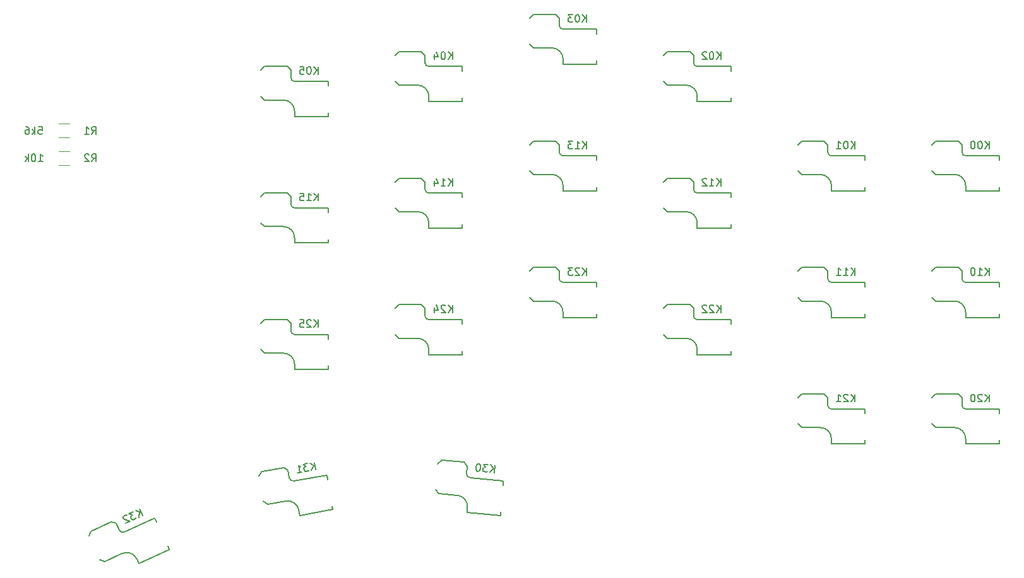
<source format=gbo>
%TF.GenerationSoftware,KiCad,Pcbnew,8.0.8*%
%TF.CreationDate,2025-06-10T10:10:22+02:00*%
%TF.ProjectId,keyboard_pcb,6b657962-6f61-4726-945f-7063622e6b69,rev1.0*%
%TF.SameCoordinates,Original*%
%TF.FileFunction,Legend,Bot*%
%TF.FilePolarity,Positive*%
%FSLAX46Y46*%
G04 Gerber Fmt 4.6, Leading zero omitted, Abs format (unit mm)*
G04 Created by KiCad (PCBNEW 8.0.8) date 2025-06-10 10:10:22*
%MOMM*%
%LPD*%
G01*
G04 APERTURE LIST*
%ADD10C,0.150000*%
%ADD11C,0.120000*%
G04 APERTURE END LIST*
D10*
X110899285Y-86834819D02*
X110899285Y-85834819D01*
X110327857Y-86834819D02*
X110756428Y-86263390D01*
X110327857Y-85834819D02*
X110899285Y-86406247D01*
X109946904Y-85930057D02*
X109899285Y-85882438D01*
X109899285Y-85882438D02*
X109804047Y-85834819D01*
X109804047Y-85834819D02*
X109565952Y-85834819D01*
X109565952Y-85834819D02*
X109470714Y-85882438D01*
X109470714Y-85882438D02*
X109423095Y-85930057D01*
X109423095Y-85930057D02*
X109375476Y-86025295D01*
X109375476Y-86025295D02*
X109375476Y-86120533D01*
X109375476Y-86120533D02*
X109423095Y-86263390D01*
X109423095Y-86263390D02*
X109994523Y-86834819D01*
X109994523Y-86834819D02*
X109375476Y-86834819D01*
X108470714Y-85834819D02*
X108946904Y-85834819D01*
X108946904Y-85834819D02*
X108994523Y-86311009D01*
X108994523Y-86311009D02*
X108946904Y-86263390D01*
X108946904Y-86263390D02*
X108851666Y-86215771D01*
X108851666Y-86215771D02*
X108613571Y-86215771D01*
X108613571Y-86215771D02*
X108518333Y-86263390D01*
X108518333Y-86263390D02*
X108470714Y-86311009D01*
X108470714Y-86311009D02*
X108423095Y-86406247D01*
X108423095Y-86406247D02*
X108423095Y-86644342D01*
X108423095Y-86644342D02*
X108470714Y-86739580D01*
X108470714Y-86739580D02*
X108518333Y-86787200D01*
X108518333Y-86787200D02*
X108613571Y-86834819D01*
X108613571Y-86834819D02*
X108851666Y-86834819D01*
X108851666Y-86834819D02*
X108946904Y-86787200D01*
X108946904Y-86787200D02*
X108994523Y-86739580D01*
X128899285Y-84834819D02*
X128899285Y-83834819D01*
X128327857Y-84834819D02*
X128756428Y-84263390D01*
X128327857Y-83834819D02*
X128899285Y-84406247D01*
X127946904Y-83930057D02*
X127899285Y-83882438D01*
X127899285Y-83882438D02*
X127804047Y-83834819D01*
X127804047Y-83834819D02*
X127565952Y-83834819D01*
X127565952Y-83834819D02*
X127470714Y-83882438D01*
X127470714Y-83882438D02*
X127423095Y-83930057D01*
X127423095Y-83930057D02*
X127375476Y-84025295D01*
X127375476Y-84025295D02*
X127375476Y-84120533D01*
X127375476Y-84120533D02*
X127423095Y-84263390D01*
X127423095Y-84263390D02*
X127994523Y-84834819D01*
X127994523Y-84834819D02*
X127375476Y-84834819D01*
X126518333Y-84168152D02*
X126518333Y-84834819D01*
X126756428Y-83787200D02*
X126994523Y-84501485D01*
X126994523Y-84501485D02*
X126375476Y-84501485D01*
X182899285Y-96834819D02*
X182899285Y-95834819D01*
X182327857Y-96834819D02*
X182756428Y-96263390D01*
X182327857Y-95834819D02*
X182899285Y-96406247D01*
X181946904Y-95930057D02*
X181899285Y-95882438D01*
X181899285Y-95882438D02*
X181804047Y-95834819D01*
X181804047Y-95834819D02*
X181565952Y-95834819D01*
X181565952Y-95834819D02*
X181470714Y-95882438D01*
X181470714Y-95882438D02*
X181423095Y-95930057D01*
X181423095Y-95930057D02*
X181375476Y-96025295D01*
X181375476Y-96025295D02*
X181375476Y-96120533D01*
X181375476Y-96120533D02*
X181423095Y-96263390D01*
X181423095Y-96263390D02*
X181994523Y-96834819D01*
X181994523Y-96834819D02*
X181375476Y-96834819D01*
X180423095Y-96834819D02*
X180994523Y-96834819D01*
X180708809Y-96834819D02*
X180708809Y-95834819D01*
X180708809Y-95834819D02*
X180804047Y-95977676D01*
X180804047Y-95977676D02*
X180899285Y-96072914D01*
X180899285Y-96072914D02*
X180994523Y-96120533D01*
X164899285Y-50834819D02*
X164899285Y-49834819D01*
X164327857Y-50834819D02*
X164756428Y-50263390D01*
X164327857Y-49834819D02*
X164899285Y-50406247D01*
X163708809Y-49834819D02*
X163613571Y-49834819D01*
X163613571Y-49834819D02*
X163518333Y-49882438D01*
X163518333Y-49882438D02*
X163470714Y-49930057D01*
X163470714Y-49930057D02*
X163423095Y-50025295D01*
X163423095Y-50025295D02*
X163375476Y-50215771D01*
X163375476Y-50215771D02*
X163375476Y-50453866D01*
X163375476Y-50453866D02*
X163423095Y-50644342D01*
X163423095Y-50644342D02*
X163470714Y-50739580D01*
X163470714Y-50739580D02*
X163518333Y-50787200D01*
X163518333Y-50787200D02*
X163613571Y-50834819D01*
X163613571Y-50834819D02*
X163708809Y-50834819D01*
X163708809Y-50834819D02*
X163804047Y-50787200D01*
X163804047Y-50787200D02*
X163851666Y-50739580D01*
X163851666Y-50739580D02*
X163899285Y-50644342D01*
X163899285Y-50644342D02*
X163946904Y-50453866D01*
X163946904Y-50453866D02*
X163946904Y-50215771D01*
X163946904Y-50215771D02*
X163899285Y-50025295D01*
X163899285Y-50025295D02*
X163851666Y-49930057D01*
X163851666Y-49930057D02*
X163804047Y-49882438D01*
X163804047Y-49882438D02*
X163708809Y-49834819D01*
X162994523Y-49930057D02*
X162946904Y-49882438D01*
X162946904Y-49882438D02*
X162851666Y-49834819D01*
X162851666Y-49834819D02*
X162613571Y-49834819D01*
X162613571Y-49834819D02*
X162518333Y-49882438D01*
X162518333Y-49882438D02*
X162470714Y-49930057D01*
X162470714Y-49930057D02*
X162423095Y-50025295D01*
X162423095Y-50025295D02*
X162423095Y-50120533D01*
X162423095Y-50120533D02*
X162470714Y-50263390D01*
X162470714Y-50263390D02*
X163042142Y-50834819D01*
X163042142Y-50834819D02*
X162423095Y-50834819D01*
X200899285Y-79834819D02*
X200899285Y-78834819D01*
X200327857Y-79834819D02*
X200756428Y-79263390D01*
X200327857Y-78834819D02*
X200899285Y-79406247D01*
X199375476Y-79834819D02*
X199946904Y-79834819D01*
X199661190Y-79834819D02*
X199661190Y-78834819D01*
X199661190Y-78834819D02*
X199756428Y-78977676D01*
X199756428Y-78977676D02*
X199851666Y-79072914D01*
X199851666Y-79072914D02*
X199946904Y-79120533D01*
X198756428Y-78834819D02*
X198661190Y-78834819D01*
X198661190Y-78834819D02*
X198565952Y-78882438D01*
X198565952Y-78882438D02*
X198518333Y-78930057D01*
X198518333Y-78930057D02*
X198470714Y-79025295D01*
X198470714Y-79025295D02*
X198423095Y-79215771D01*
X198423095Y-79215771D02*
X198423095Y-79453866D01*
X198423095Y-79453866D02*
X198470714Y-79644342D01*
X198470714Y-79644342D02*
X198518333Y-79739580D01*
X198518333Y-79739580D02*
X198565952Y-79787200D01*
X198565952Y-79787200D02*
X198661190Y-79834819D01*
X198661190Y-79834819D02*
X198756428Y-79834819D01*
X198756428Y-79834819D02*
X198851666Y-79787200D01*
X198851666Y-79787200D02*
X198899285Y-79739580D01*
X198899285Y-79739580D02*
X198946904Y-79644342D01*
X198946904Y-79644342D02*
X198994523Y-79453866D01*
X198994523Y-79453866D02*
X198994523Y-79215771D01*
X198994523Y-79215771D02*
X198946904Y-79025295D01*
X198946904Y-79025295D02*
X198899285Y-78930057D01*
X198899285Y-78930057D02*
X198851666Y-78882438D01*
X198851666Y-78882438D02*
X198756428Y-78834819D01*
X128899285Y-50834819D02*
X128899285Y-49834819D01*
X128327857Y-50834819D02*
X128756428Y-50263390D01*
X128327857Y-49834819D02*
X128899285Y-50406247D01*
X127708809Y-49834819D02*
X127613571Y-49834819D01*
X127613571Y-49834819D02*
X127518333Y-49882438D01*
X127518333Y-49882438D02*
X127470714Y-49930057D01*
X127470714Y-49930057D02*
X127423095Y-50025295D01*
X127423095Y-50025295D02*
X127375476Y-50215771D01*
X127375476Y-50215771D02*
X127375476Y-50453866D01*
X127375476Y-50453866D02*
X127423095Y-50644342D01*
X127423095Y-50644342D02*
X127470714Y-50739580D01*
X127470714Y-50739580D02*
X127518333Y-50787200D01*
X127518333Y-50787200D02*
X127613571Y-50834819D01*
X127613571Y-50834819D02*
X127708809Y-50834819D01*
X127708809Y-50834819D02*
X127804047Y-50787200D01*
X127804047Y-50787200D02*
X127851666Y-50739580D01*
X127851666Y-50739580D02*
X127899285Y-50644342D01*
X127899285Y-50644342D02*
X127946904Y-50453866D01*
X127946904Y-50453866D02*
X127946904Y-50215771D01*
X127946904Y-50215771D02*
X127899285Y-50025295D01*
X127899285Y-50025295D02*
X127851666Y-49930057D01*
X127851666Y-49930057D02*
X127804047Y-49882438D01*
X127804047Y-49882438D02*
X127708809Y-49834819D01*
X126518333Y-50168152D02*
X126518333Y-50834819D01*
X126756428Y-49787200D02*
X126994523Y-50501485D01*
X126994523Y-50501485D02*
X126375476Y-50501485D01*
X164899285Y-67834819D02*
X164899285Y-66834819D01*
X164327857Y-67834819D02*
X164756428Y-67263390D01*
X164327857Y-66834819D02*
X164899285Y-67406247D01*
X163375476Y-67834819D02*
X163946904Y-67834819D01*
X163661190Y-67834819D02*
X163661190Y-66834819D01*
X163661190Y-66834819D02*
X163756428Y-66977676D01*
X163756428Y-66977676D02*
X163851666Y-67072914D01*
X163851666Y-67072914D02*
X163946904Y-67120533D01*
X162994523Y-66930057D02*
X162946904Y-66882438D01*
X162946904Y-66882438D02*
X162851666Y-66834819D01*
X162851666Y-66834819D02*
X162613571Y-66834819D01*
X162613571Y-66834819D02*
X162518333Y-66882438D01*
X162518333Y-66882438D02*
X162470714Y-66930057D01*
X162470714Y-66930057D02*
X162423095Y-67025295D01*
X162423095Y-67025295D02*
X162423095Y-67120533D01*
X162423095Y-67120533D02*
X162470714Y-67263390D01*
X162470714Y-67263390D02*
X163042142Y-67834819D01*
X163042142Y-67834819D02*
X162423095Y-67834819D01*
X134502236Y-106355324D02*
X134589392Y-105359129D01*
X133932982Y-106305521D02*
X134409726Y-105773619D01*
X134020138Y-105309326D02*
X134539589Y-105928383D01*
X133688073Y-105280274D02*
X133071381Y-105226320D01*
X133071381Y-105226320D02*
X133370244Y-105634875D01*
X133370244Y-105634875D02*
X133227930Y-105622424D01*
X133227930Y-105622424D02*
X133128904Y-105661561D01*
X133128904Y-105661561D02*
X133077316Y-105704849D01*
X133077316Y-105704849D02*
X133021578Y-105795574D01*
X133021578Y-105795574D02*
X133000827Y-106032764D01*
X133000827Y-106032764D02*
X133039964Y-106131790D01*
X133039964Y-106131790D02*
X133083251Y-106183378D01*
X133083251Y-106183378D02*
X133173977Y-106239116D01*
X133173977Y-106239116D02*
X133458604Y-106264018D01*
X133458604Y-106264018D02*
X133557630Y-106224880D01*
X133557630Y-106224880D02*
X133609218Y-106181593D01*
X132454689Y-105172367D02*
X132359814Y-105164066D01*
X132359814Y-105164066D02*
X132260788Y-105203204D01*
X132260788Y-105203204D02*
X132209199Y-105246491D01*
X132209199Y-105246491D02*
X132153461Y-105337217D01*
X132153461Y-105337217D02*
X132089422Y-105522818D01*
X132089422Y-105522818D02*
X132068671Y-105760007D01*
X132068671Y-105760007D02*
X132099508Y-105953908D01*
X132099508Y-105953908D02*
X132138645Y-106052934D01*
X132138645Y-106052934D02*
X132181932Y-106104523D01*
X132181932Y-106104523D02*
X132272658Y-106160261D01*
X132272658Y-106160261D02*
X132367533Y-106168561D01*
X132367533Y-106168561D02*
X132466559Y-106129424D01*
X132466559Y-106129424D02*
X132518148Y-106086137D01*
X132518148Y-106086137D02*
X132573886Y-105995411D01*
X132573886Y-105995411D02*
X132637925Y-105809810D01*
X132637925Y-105809810D02*
X132658676Y-105572621D01*
X132658676Y-105572621D02*
X132627839Y-105378719D01*
X132627839Y-105378719D02*
X132588702Y-105279693D01*
X132588702Y-105279693D02*
X132545415Y-105228105D01*
X132545415Y-105228105D02*
X132454689Y-105172367D01*
X182899285Y-62834819D02*
X182899285Y-61834819D01*
X182327857Y-62834819D02*
X182756428Y-62263390D01*
X182327857Y-61834819D02*
X182899285Y-62406247D01*
X181708809Y-61834819D02*
X181613571Y-61834819D01*
X181613571Y-61834819D02*
X181518333Y-61882438D01*
X181518333Y-61882438D02*
X181470714Y-61930057D01*
X181470714Y-61930057D02*
X181423095Y-62025295D01*
X181423095Y-62025295D02*
X181375476Y-62215771D01*
X181375476Y-62215771D02*
X181375476Y-62453866D01*
X181375476Y-62453866D02*
X181423095Y-62644342D01*
X181423095Y-62644342D02*
X181470714Y-62739580D01*
X181470714Y-62739580D02*
X181518333Y-62787200D01*
X181518333Y-62787200D02*
X181613571Y-62834819D01*
X181613571Y-62834819D02*
X181708809Y-62834819D01*
X181708809Y-62834819D02*
X181804047Y-62787200D01*
X181804047Y-62787200D02*
X181851666Y-62739580D01*
X181851666Y-62739580D02*
X181899285Y-62644342D01*
X181899285Y-62644342D02*
X181946904Y-62453866D01*
X181946904Y-62453866D02*
X181946904Y-62215771D01*
X181946904Y-62215771D02*
X181899285Y-62025295D01*
X181899285Y-62025295D02*
X181851666Y-61930057D01*
X181851666Y-61930057D02*
X181804047Y-61882438D01*
X181804047Y-61882438D02*
X181708809Y-61834819D01*
X180423095Y-62834819D02*
X180994523Y-62834819D01*
X180708809Y-62834819D02*
X180708809Y-61834819D01*
X180708809Y-61834819D02*
X180804047Y-61977676D01*
X180804047Y-61977676D02*
X180899285Y-62072914D01*
X180899285Y-62072914D02*
X180994523Y-62120533D01*
X128899285Y-67834819D02*
X128899285Y-66834819D01*
X128327857Y-67834819D02*
X128756428Y-67263390D01*
X128327857Y-66834819D02*
X128899285Y-67406247D01*
X127375476Y-67834819D02*
X127946904Y-67834819D01*
X127661190Y-67834819D02*
X127661190Y-66834819D01*
X127661190Y-66834819D02*
X127756428Y-66977676D01*
X127756428Y-66977676D02*
X127851666Y-67072914D01*
X127851666Y-67072914D02*
X127946904Y-67120533D01*
X126518333Y-67168152D02*
X126518333Y-67834819D01*
X126756428Y-66787200D02*
X126994523Y-67501485D01*
X126994523Y-67501485D02*
X126375476Y-67501485D01*
X146899285Y-79834819D02*
X146899285Y-78834819D01*
X146327857Y-79834819D02*
X146756428Y-79263390D01*
X146327857Y-78834819D02*
X146899285Y-79406247D01*
X145946904Y-78930057D02*
X145899285Y-78882438D01*
X145899285Y-78882438D02*
X145804047Y-78834819D01*
X145804047Y-78834819D02*
X145565952Y-78834819D01*
X145565952Y-78834819D02*
X145470714Y-78882438D01*
X145470714Y-78882438D02*
X145423095Y-78930057D01*
X145423095Y-78930057D02*
X145375476Y-79025295D01*
X145375476Y-79025295D02*
X145375476Y-79120533D01*
X145375476Y-79120533D02*
X145423095Y-79263390D01*
X145423095Y-79263390D02*
X145994523Y-79834819D01*
X145994523Y-79834819D02*
X145375476Y-79834819D01*
X145042142Y-78834819D02*
X144423095Y-78834819D01*
X144423095Y-78834819D02*
X144756428Y-79215771D01*
X144756428Y-79215771D02*
X144613571Y-79215771D01*
X144613571Y-79215771D02*
X144518333Y-79263390D01*
X144518333Y-79263390D02*
X144470714Y-79311009D01*
X144470714Y-79311009D02*
X144423095Y-79406247D01*
X144423095Y-79406247D02*
X144423095Y-79644342D01*
X144423095Y-79644342D02*
X144470714Y-79739580D01*
X144470714Y-79739580D02*
X144518333Y-79787200D01*
X144518333Y-79787200D02*
X144613571Y-79834819D01*
X144613571Y-79834819D02*
X144899285Y-79834819D01*
X144899285Y-79834819D02*
X144994523Y-79787200D01*
X144994523Y-79787200D02*
X145042142Y-79739580D01*
X146899285Y-45834819D02*
X146899285Y-44834819D01*
X146327857Y-45834819D02*
X146756428Y-45263390D01*
X146327857Y-44834819D02*
X146899285Y-45406247D01*
X145708809Y-44834819D02*
X145613571Y-44834819D01*
X145613571Y-44834819D02*
X145518333Y-44882438D01*
X145518333Y-44882438D02*
X145470714Y-44930057D01*
X145470714Y-44930057D02*
X145423095Y-45025295D01*
X145423095Y-45025295D02*
X145375476Y-45215771D01*
X145375476Y-45215771D02*
X145375476Y-45453866D01*
X145375476Y-45453866D02*
X145423095Y-45644342D01*
X145423095Y-45644342D02*
X145470714Y-45739580D01*
X145470714Y-45739580D02*
X145518333Y-45787200D01*
X145518333Y-45787200D02*
X145613571Y-45834819D01*
X145613571Y-45834819D02*
X145708809Y-45834819D01*
X145708809Y-45834819D02*
X145804047Y-45787200D01*
X145804047Y-45787200D02*
X145851666Y-45739580D01*
X145851666Y-45739580D02*
X145899285Y-45644342D01*
X145899285Y-45644342D02*
X145946904Y-45453866D01*
X145946904Y-45453866D02*
X145946904Y-45215771D01*
X145946904Y-45215771D02*
X145899285Y-45025295D01*
X145899285Y-45025295D02*
X145851666Y-44930057D01*
X145851666Y-44930057D02*
X145804047Y-44882438D01*
X145804047Y-44882438D02*
X145708809Y-44834819D01*
X145042142Y-44834819D02*
X144423095Y-44834819D01*
X144423095Y-44834819D02*
X144756428Y-45215771D01*
X144756428Y-45215771D02*
X144613571Y-45215771D01*
X144613571Y-45215771D02*
X144518333Y-45263390D01*
X144518333Y-45263390D02*
X144470714Y-45311009D01*
X144470714Y-45311009D02*
X144423095Y-45406247D01*
X144423095Y-45406247D02*
X144423095Y-45644342D01*
X144423095Y-45644342D02*
X144470714Y-45739580D01*
X144470714Y-45739580D02*
X144518333Y-45787200D01*
X144518333Y-45787200D02*
X144613571Y-45834819D01*
X144613571Y-45834819D02*
X144899285Y-45834819D01*
X144899285Y-45834819D02*
X144994523Y-45787200D01*
X144994523Y-45787200D02*
X145042142Y-45739580D01*
X164899285Y-84834819D02*
X164899285Y-83834819D01*
X164327857Y-84834819D02*
X164756428Y-84263390D01*
X164327857Y-83834819D02*
X164899285Y-84406247D01*
X163946904Y-83930057D02*
X163899285Y-83882438D01*
X163899285Y-83882438D02*
X163804047Y-83834819D01*
X163804047Y-83834819D02*
X163565952Y-83834819D01*
X163565952Y-83834819D02*
X163470714Y-83882438D01*
X163470714Y-83882438D02*
X163423095Y-83930057D01*
X163423095Y-83930057D02*
X163375476Y-84025295D01*
X163375476Y-84025295D02*
X163375476Y-84120533D01*
X163375476Y-84120533D02*
X163423095Y-84263390D01*
X163423095Y-84263390D02*
X163994523Y-84834819D01*
X163994523Y-84834819D02*
X163375476Y-84834819D01*
X162994523Y-83930057D02*
X162946904Y-83882438D01*
X162946904Y-83882438D02*
X162851666Y-83834819D01*
X162851666Y-83834819D02*
X162613571Y-83834819D01*
X162613571Y-83834819D02*
X162518333Y-83882438D01*
X162518333Y-83882438D02*
X162470714Y-83930057D01*
X162470714Y-83930057D02*
X162423095Y-84025295D01*
X162423095Y-84025295D02*
X162423095Y-84120533D01*
X162423095Y-84120533D02*
X162470714Y-84263390D01*
X162470714Y-84263390D02*
X163042142Y-84834819D01*
X163042142Y-84834819D02*
X162423095Y-84834819D01*
X110899285Y-69834819D02*
X110899285Y-68834819D01*
X110327857Y-69834819D02*
X110756428Y-69263390D01*
X110327857Y-68834819D02*
X110899285Y-69406247D01*
X109375476Y-69834819D02*
X109946904Y-69834819D01*
X109661190Y-69834819D02*
X109661190Y-68834819D01*
X109661190Y-68834819D02*
X109756428Y-68977676D01*
X109756428Y-68977676D02*
X109851666Y-69072914D01*
X109851666Y-69072914D02*
X109946904Y-69120533D01*
X108470714Y-68834819D02*
X108946904Y-68834819D01*
X108946904Y-68834819D02*
X108994523Y-69311009D01*
X108994523Y-69311009D02*
X108946904Y-69263390D01*
X108946904Y-69263390D02*
X108851666Y-69215771D01*
X108851666Y-69215771D02*
X108613571Y-69215771D01*
X108613571Y-69215771D02*
X108518333Y-69263390D01*
X108518333Y-69263390D02*
X108470714Y-69311009D01*
X108470714Y-69311009D02*
X108423095Y-69406247D01*
X108423095Y-69406247D02*
X108423095Y-69644342D01*
X108423095Y-69644342D02*
X108470714Y-69739580D01*
X108470714Y-69739580D02*
X108518333Y-69787200D01*
X108518333Y-69787200D02*
X108613571Y-69834819D01*
X108613571Y-69834819D02*
X108851666Y-69834819D01*
X108851666Y-69834819D02*
X108946904Y-69787200D01*
X108946904Y-69787200D02*
X108994523Y-69739580D01*
X87340918Y-112114422D02*
X86918300Y-111208114D01*
X86823028Y-112355918D02*
X86969949Y-111656906D01*
X86400410Y-111449611D02*
X87159796Y-111726005D01*
X86098307Y-111590483D02*
X85537259Y-111852104D01*
X85537259Y-111852104D02*
X86000359Y-112056492D01*
X86000359Y-112056492D02*
X85870887Y-112116866D01*
X85870887Y-112116866D02*
X85804696Y-112200272D01*
X85804696Y-112200272D02*
X85781664Y-112263555D01*
X85781664Y-112263555D02*
X85778755Y-112369994D01*
X85778755Y-112369994D02*
X85879379Y-112585782D01*
X85879379Y-112585782D02*
X85962786Y-112651972D01*
X85962786Y-112651972D02*
X86026068Y-112675005D01*
X86026068Y-112675005D02*
X86132508Y-112677913D01*
X86132508Y-112677913D02*
X86391453Y-112557165D01*
X86391453Y-112557165D02*
X86457643Y-112473758D01*
X86457643Y-112473758D02*
X86480676Y-112410476D01*
X85232248Y-112099417D02*
X85168966Y-112076384D01*
X85168966Y-112076384D02*
X85062527Y-112073476D01*
X85062527Y-112073476D02*
X84846739Y-112174099D01*
X84846739Y-112174099D02*
X84780549Y-112257506D01*
X84780549Y-112257506D02*
X84757516Y-112320788D01*
X84757516Y-112320788D02*
X84754608Y-112427228D01*
X84754608Y-112427228D02*
X84794857Y-112513543D01*
X84794857Y-112513543D02*
X84898389Y-112622891D01*
X84898389Y-112622891D02*
X85657775Y-112899285D01*
X85657775Y-112899285D02*
X85096727Y-113160906D01*
X182899285Y-79834819D02*
X182899285Y-78834819D01*
X182327857Y-79834819D02*
X182756428Y-79263390D01*
X182327857Y-78834819D02*
X182899285Y-79406247D01*
X181375476Y-79834819D02*
X181946904Y-79834819D01*
X181661190Y-79834819D02*
X181661190Y-78834819D01*
X181661190Y-78834819D02*
X181756428Y-78977676D01*
X181756428Y-78977676D02*
X181851666Y-79072914D01*
X181851666Y-79072914D02*
X181946904Y-79120533D01*
X180423095Y-79834819D02*
X180994523Y-79834819D01*
X180708809Y-79834819D02*
X180708809Y-78834819D01*
X180708809Y-78834819D02*
X180804047Y-78977676D01*
X180804047Y-78977676D02*
X180899285Y-79072914D01*
X180899285Y-79072914D02*
X180994523Y-79120533D01*
X110899285Y-52834819D02*
X110899285Y-51834819D01*
X110327857Y-52834819D02*
X110756428Y-52263390D01*
X110327857Y-51834819D02*
X110899285Y-52406247D01*
X109708809Y-51834819D02*
X109613571Y-51834819D01*
X109613571Y-51834819D02*
X109518333Y-51882438D01*
X109518333Y-51882438D02*
X109470714Y-51930057D01*
X109470714Y-51930057D02*
X109423095Y-52025295D01*
X109423095Y-52025295D02*
X109375476Y-52215771D01*
X109375476Y-52215771D02*
X109375476Y-52453866D01*
X109375476Y-52453866D02*
X109423095Y-52644342D01*
X109423095Y-52644342D02*
X109470714Y-52739580D01*
X109470714Y-52739580D02*
X109518333Y-52787200D01*
X109518333Y-52787200D02*
X109613571Y-52834819D01*
X109613571Y-52834819D02*
X109708809Y-52834819D01*
X109708809Y-52834819D02*
X109804047Y-52787200D01*
X109804047Y-52787200D02*
X109851666Y-52739580D01*
X109851666Y-52739580D02*
X109899285Y-52644342D01*
X109899285Y-52644342D02*
X109946904Y-52453866D01*
X109946904Y-52453866D02*
X109946904Y-52215771D01*
X109946904Y-52215771D02*
X109899285Y-52025295D01*
X109899285Y-52025295D02*
X109851666Y-51930057D01*
X109851666Y-51930057D02*
X109804047Y-51882438D01*
X109804047Y-51882438D02*
X109708809Y-51834819D01*
X108470714Y-51834819D02*
X108946904Y-51834819D01*
X108946904Y-51834819D02*
X108994523Y-52311009D01*
X108994523Y-52311009D02*
X108946904Y-52263390D01*
X108946904Y-52263390D02*
X108851666Y-52215771D01*
X108851666Y-52215771D02*
X108613571Y-52215771D01*
X108613571Y-52215771D02*
X108518333Y-52263390D01*
X108518333Y-52263390D02*
X108470714Y-52311009D01*
X108470714Y-52311009D02*
X108423095Y-52406247D01*
X108423095Y-52406247D02*
X108423095Y-52644342D01*
X108423095Y-52644342D02*
X108470714Y-52739580D01*
X108470714Y-52739580D02*
X108518333Y-52787200D01*
X108518333Y-52787200D02*
X108613571Y-52834819D01*
X108613571Y-52834819D02*
X108851666Y-52834819D01*
X108851666Y-52834819D02*
X108946904Y-52787200D01*
X108946904Y-52787200D02*
X108994523Y-52739580D01*
X200899285Y-96834819D02*
X200899285Y-95834819D01*
X200327857Y-96834819D02*
X200756428Y-96263390D01*
X200327857Y-95834819D02*
X200899285Y-96406247D01*
X199946904Y-95930057D02*
X199899285Y-95882438D01*
X199899285Y-95882438D02*
X199804047Y-95834819D01*
X199804047Y-95834819D02*
X199565952Y-95834819D01*
X199565952Y-95834819D02*
X199470714Y-95882438D01*
X199470714Y-95882438D02*
X199423095Y-95930057D01*
X199423095Y-95930057D02*
X199375476Y-96025295D01*
X199375476Y-96025295D02*
X199375476Y-96120533D01*
X199375476Y-96120533D02*
X199423095Y-96263390D01*
X199423095Y-96263390D02*
X199994523Y-96834819D01*
X199994523Y-96834819D02*
X199375476Y-96834819D01*
X198756428Y-95834819D02*
X198661190Y-95834819D01*
X198661190Y-95834819D02*
X198565952Y-95882438D01*
X198565952Y-95882438D02*
X198518333Y-95930057D01*
X198518333Y-95930057D02*
X198470714Y-96025295D01*
X198470714Y-96025295D02*
X198423095Y-96215771D01*
X198423095Y-96215771D02*
X198423095Y-96453866D01*
X198423095Y-96453866D02*
X198470714Y-96644342D01*
X198470714Y-96644342D02*
X198518333Y-96739580D01*
X198518333Y-96739580D02*
X198565952Y-96787200D01*
X198565952Y-96787200D02*
X198661190Y-96834819D01*
X198661190Y-96834819D02*
X198756428Y-96834819D01*
X198756428Y-96834819D02*
X198851666Y-96787200D01*
X198851666Y-96787200D02*
X198899285Y-96739580D01*
X198899285Y-96739580D02*
X198946904Y-96644342D01*
X198946904Y-96644342D02*
X198994523Y-96453866D01*
X198994523Y-96453866D02*
X198994523Y-96215771D01*
X198994523Y-96215771D02*
X198946904Y-96025295D01*
X198946904Y-96025295D02*
X198899285Y-95930057D01*
X198899285Y-95930057D02*
X198851666Y-95882438D01*
X198851666Y-95882438D02*
X198756428Y-95834819D01*
X146899285Y-62834819D02*
X146899285Y-61834819D01*
X146327857Y-62834819D02*
X146756428Y-62263390D01*
X146327857Y-61834819D02*
X146899285Y-62406247D01*
X145375476Y-62834819D02*
X145946904Y-62834819D01*
X145661190Y-62834819D02*
X145661190Y-61834819D01*
X145661190Y-61834819D02*
X145756428Y-61977676D01*
X145756428Y-61977676D02*
X145851666Y-62072914D01*
X145851666Y-62072914D02*
X145946904Y-62120533D01*
X145042142Y-61834819D02*
X144423095Y-61834819D01*
X144423095Y-61834819D02*
X144756428Y-62215771D01*
X144756428Y-62215771D02*
X144613571Y-62215771D01*
X144613571Y-62215771D02*
X144518333Y-62263390D01*
X144518333Y-62263390D02*
X144470714Y-62311009D01*
X144470714Y-62311009D02*
X144423095Y-62406247D01*
X144423095Y-62406247D02*
X144423095Y-62644342D01*
X144423095Y-62644342D02*
X144470714Y-62739580D01*
X144470714Y-62739580D02*
X144518333Y-62787200D01*
X144518333Y-62787200D02*
X144613571Y-62834819D01*
X144613571Y-62834819D02*
X144899285Y-62834819D01*
X144899285Y-62834819D02*
X144994523Y-62787200D01*
X144994523Y-62787200D02*
X145042142Y-62739580D01*
X200899285Y-62834819D02*
X200899285Y-61834819D01*
X200327857Y-62834819D02*
X200756428Y-62263390D01*
X200327857Y-61834819D02*
X200899285Y-62406247D01*
X199708809Y-61834819D02*
X199613571Y-61834819D01*
X199613571Y-61834819D02*
X199518333Y-61882438D01*
X199518333Y-61882438D02*
X199470714Y-61930057D01*
X199470714Y-61930057D02*
X199423095Y-62025295D01*
X199423095Y-62025295D02*
X199375476Y-62215771D01*
X199375476Y-62215771D02*
X199375476Y-62453866D01*
X199375476Y-62453866D02*
X199423095Y-62644342D01*
X199423095Y-62644342D02*
X199470714Y-62739580D01*
X199470714Y-62739580D02*
X199518333Y-62787200D01*
X199518333Y-62787200D02*
X199613571Y-62834819D01*
X199613571Y-62834819D02*
X199708809Y-62834819D01*
X199708809Y-62834819D02*
X199804047Y-62787200D01*
X199804047Y-62787200D02*
X199851666Y-62739580D01*
X199851666Y-62739580D02*
X199899285Y-62644342D01*
X199899285Y-62644342D02*
X199946904Y-62453866D01*
X199946904Y-62453866D02*
X199946904Y-62215771D01*
X199946904Y-62215771D02*
X199899285Y-62025295D01*
X199899285Y-62025295D02*
X199851666Y-61930057D01*
X199851666Y-61930057D02*
X199804047Y-61882438D01*
X199804047Y-61882438D02*
X199708809Y-61834819D01*
X198756428Y-61834819D02*
X198661190Y-61834819D01*
X198661190Y-61834819D02*
X198565952Y-61882438D01*
X198565952Y-61882438D02*
X198518333Y-61930057D01*
X198518333Y-61930057D02*
X198470714Y-62025295D01*
X198470714Y-62025295D02*
X198423095Y-62215771D01*
X198423095Y-62215771D02*
X198423095Y-62453866D01*
X198423095Y-62453866D02*
X198470714Y-62644342D01*
X198470714Y-62644342D02*
X198518333Y-62739580D01*
X198518333Y-62739580D02*
X198565952Y-62787200D01*
X198565952Y-62787200D02*
X198661190Y-62834819D01*
X198661190Y-62834819D02*
X198756428Y-62834819D01*
X198756428Y-62834819D02*
X198851666Y-62787200D01*
X198851666Y-62787200D02*
X198899285Y-62739580D01*
X198899285Y-62739580D02*
X198946904Y-62644342D01*
X198946904Y-62644342D02*
X198994523Y-62453866D01*
X198994523Y-62453866D02*
X198994523Y-62215771D01*
X198994523Y-62215771D02*
X198946904Y-62025295D01*
X198946904Y-62025295D02*
X198899285Y-61930057D01*
X198899285Y-61930057D02*
X198851666Y-61882438D01*
X198851666Y-61882438D02*
X198756428Y-61834819D01*
X110569087Y-105960949D02*
X110395439Y-104976142D01*
X110006340Y-106060177D02*
X110329173Y-105423009D01*
X109832692Y-105075369D02*
X110494666Y-105538889D01*
X109504422Y-105133252D02*
X108894779Y-105240748D01*
X108894779Y-105240748D02*
X109289200Y-105558030D01*
X109289200Y-105558030D02*
X109148514Y-105582837D01*
X109148514Y-105582837D02*
X109062991Y-105646271D01*
X109062991Y-105646271D02*
X109024365Y-105701435D01*
X109024365Y-105701435D02*
X108994007Y-105803496D01*
X108994007Y-105803496D02*
X109035352Y-106037974D01*
X109035352Y-106037974D02*
X109098785Y-106123496D01*
X109098785Y-106123496D02*
X109153950Y-106162123D01*
X109153950Y-106162123D02*
X109256010Y-106192480D01*
X109256010Y-106192480D02*
X109537384Y-106142866D01*
X109537384Y-106142866D02*
X109622906Y-106079433D01*
X109622906Y-106079433D02*
X109661533Y-106024268D01*
X108130515Y-106390935D02*
X108693263Y-106291708D01*
X108411889Y-106341322D02*
X108238241Y-105356514D01*
X108238241Y-105356514D02*
X108356839Y-105480663D01*
X108356839Y-105480663D02*
X108467168Y-105557916D01*
X108467168Y-105557916D02*
X108569228Y-105588274D01*
X80532266Y-64564419D02*
X80865599Y-64088228D01*
X81103694Y-64564419D02*
X81103694Y-63564419D01*
X81103694Y-63564419D02*
X80722742Y-63564419D01*
X80722742Y-63564419D02*
X80627504Y-63612038D01*
X80627504Y-63612038D02*
X80579885Y-63659657D01*
X80579885Y-63659657D02*
X80532266Y-63754895D01*
X80532266Y-63754895D02*
X80532266Y-63897752D01*
X80532266Y-63897752D02*
X80579885Y-63992990D01*
X80579885Y-63992990D02*
X80627504Y-64040609D01*
X80627504Y-64040609D02*
X80722742Y-64088228D01*
X80722742Y-64088228D02*
X81103694Y-64088228D01*
X80151313Y-63659657D02*
X80103694Y-63612038D01*
X80103694Y-63612038D02*
X80008456Y-63564419D01*
X80008456Y-63564419D02*
X79770361Y-63564419D01*
X79770361Y-63564419D02*
X79675123Y-63612038D01*
X79675123Y-63612038D02*
X79627504Y-63659657D01*
X79627504Y-63659657D02*
X79579885Y-63754895D01*
X79579885Y-63754895D02*
X79579885Y-63850133D01*
X79579885Y-63850133D02*
X79627504Y-63992990D01*
X79627504Y-63992990D02*
X80198932Y-64564419D01*
X80198932Y-64564419D02*
X79579885Y-64564419D01*
X73391638Y-64564419D02*
X73963066Y-64564419D01*
X73677352Y-64564419D02*
X73677352Y-63564419D01*
X73677352Y-63564419D02*
X73772590Y-63707276D01*
X73772590Y-63707276D02*
X73867828Y-63802514D01*
X73867828Y-63802514D02*
X73963066Y-63850133D01*
X72772590Y-63564419D02*
X72677352Y-63564419D01*
X72677352Y-63564419D02*
X72582114Y-63612038D01*
X72582114Y-63612038D02*
X72534495Y-63659657D01*
X72534495Y-63659657D02*
X72486876Y-63754895D01*
X72486876Y-63754895D02*
X72439257Y-63945371D01*
X72439257Y-63945371D02*
X72439257Y-64183466D01*
X72439257Y-64183466D02*
X72486876Y-64373942D01*
X72486876Y-64373942D02*
X72534495Y-64469180D01*
X72534495Y-64469180D02*
X72582114Y-64516800D01*
X72582114Y-64516800D02*
X72677352Y-64564419D01*
X72677352Y-64564419D02*
X72772590Y-64564419D01*
X72772590Y-64564419D02*
X72867828Y-64516800D01*
X72867828Y-64516800D02*
X72915447Y-64469180D01*
X72915447Y-64469180D02*
X72963066Y-64373942D01*
X72963066Y-64373942D02*
X73010685Y-64183466D01*
X73010685Y-64183466D02*
X73010685Y-63945371D01*
X73010685Y-63945371D02*
X72963066Y-63754895D01*
X72963066Y-63754895D02*
X72915447Y-63659657D01*
X72915447Y-63659657D02*
X72867828Y-63612038D01*
X72867828Y-63612038D02*
X72772590Y-63564419D01*
X72010685Y-64564419D02*
X72010685Y-63564419D01*
X71915447Y-64183466D02*
X71629733Y-64564419D01*
X71629733Y-63897752D02*
X72010685Y-64278704D01*
X80532266Y-60906819D02*
X80865599Y-60430628D01*
X81103694Y-60906819D02*
X81103694Y-59906819D01*
X81103694Y-59906819D02*
X80722742Y-59906819D01*
X80722742Y-59906819D02*
X80627504Y-59954438D01*
X80627504Y-59954438D02*
X80579885Y-60002057D01*
X80579885Y-60002057D02*
X80532266Y-60097295D01*
X80532266Y-60097295D02*
X80532266Y-60240152D01*
X80532266Y-60240152D02*
X80579885Y-60335390D01*
X80579885Y-60335390D02*
X80627504Y-60383009D01*
X80627504Y-60383009D02*
X80722742Y-60430628D01*
X80722742Y-60430628D02*
X81103694Y-60430628D01*
X79579885Y-60906819D02*
X80151313Y-60906819D01*
X79865599Y-60906819D02*
X79865599Y-59906819D01*
X79865599Y-59906819D02*
X79960837Y-60049676D01*
X79960837Y-60049676D02*
X80056075Y-60144914D01*
X80056075Y-60144914D02*
X80151313Y-60192533D01*
X73388457Y-59906819D02*
X73864647Y-59906819D01*
X73864647Y-59906819D02*
X73912266Y-60383009D01*
X73912266Y-60383009D02*
X73864647Y-60335390D01*
X73864647Y-60335390D02*
X73769409Y-60287771D01*
X73769409Y-60287771D02*
X73531314Y-60287771D01*
X73531314Y-60287771D02*
X73436076Y-60335390D01*
X73436076Y-60335390D02*
X73388457Y-60383009D01*
X73388457Y-60383009D02*
X73340838Y-60478247D01*
X73340838Y-60478247D02*
X73340838Y-60716342D01*
X73340838Y-60716342D02*
X73388457Y-60811580D01*
X73388457Y-60811580D02*
X73436076Y-60859200D01*
X73436076Y-60859200D02*
X73531314Y-60906819D01*
X73531314Y-60906819D02*
X73769409Y-60906819D01*
X73769409Y-60906819D02*
X73864647Y-60859200D01*
X73864647Y-60859200D02*
X73912266Y-60811580D01*
X72912266Y-60906819D02*
X72912266Y-59906819D01*
X72817028Y-60525866D02*
X72531314Y-60906819D01*
X72531314Y-60240152D02*
X72912266Y-60621104D01*
X71674171Y-59906819D02*
X71864647Y-59906819D01*
X71864647Y-59906819D02*
X71959885Y-59954438D01*
X71959885Y-59954438D02*
X72007504Y-60002057D01*
X72007504Y-60002057D02*
X72102742Y-60144914D01*
X72102742Y-60144914D02*
X72150361Y-60335390D01*
X72150361Y-60335390D02*
X72150361Y-60716342D01*
X72150361Y-60716342D02*
X72102742Y-60811580D01*
X72102742Y-60811580D02*
X72055123Y-60859200D01*
X72055123Y-60859200D02*
X71959885Y-60906819D01*
X71959885Y-60906819D02*
X71769409Y-60906819D01*
X71769409Y-60906819D02*
X71674171Y-60859200D01*
X71674171Y-60859200D02*
X71626552Y-60811580D01*
X71626552Y-60811580D02*
X71578933Y-60716342D01*
X71578933Y-60716342D02*
X71578933Y-60478247D01*
X71578933Y-60478247D02*
X71626552Y-60383009D01*
X71626552Y-60383009D02*
X71674171Y-60335390D01*
X71674171Y-60335390D02*
X71769409Y-60287771D01*
X71769409Y-60287771D02*
X71959885Y-60287771D01*
X71959885Y-60287771D02*
X72055123Y-60335390D01*
X72055123Y-60335390D02*
X72102742Y-60383009D01*
X72102742Y-60383009D02*
X72150361Y-60478247D01*
%TO.C,K25*%
X103240000Y-86300000D02*
X103740000Y-85800000D01*
X103240000Y-89800000D02*
X103740000Y-90300000D01*
X103740000Y-85800000D02*
X106740000Y-85800000D01*
X103740000Y-90300000D02*
X106240000Y-90300000D01*
X106740000Y-85800000D02*
X107240000Y-86300000D01*
X107240000Y-87300000D02*
X107240000Y-86300000D01*
X107740000Y-91800000D02*
X107740000Y-92500000D01*
X107740000Y-92500000D02*
X112240000Y-92500000D01*
X112240000Y-87800000D02*
X107740000Y-87800000D01*
X112240000Y-88400000D02*
X112240000Y-87800000D01*
X112240000Y-92500000D02*
X112240000Y-92000000D01*
X106240000Y-90300000D02*
G75*
G02*
X107740000Y-91800000I0J-1500000D01*
G01*
X107740000Y-87800000D02*
G75*
G02*
X107240000Y-87300000I0J500000D01*
G01*
%TO.C,K24*%
X121240000Y-84300000D02*
X121740000Y-83800000D01*
X121240000Y-87800000D02*
X121740000Y-88300000D01*
X121740000Y-83800000D02*
X124740000Y-83800000D01*
X121740000Y-88300000D02*
X124240000Y-88300000D01*
X124740000Y-83800000D02*
X125240000Y-84300000D01*
X125240000Y-85300000D02*
X125240000Y-84300000D01*
X125740000Y-89800000D02*
X125740000Y-90500000D01*
X125740000Y-90500000D02*
X130240000Y-90500000D01*
X130240000Y-85800000D02*
X125740000Y-85800000D01*
X130240000Y-86400000D02*
X130240000Y-85800000D01*
X130240000Y-90500000D02*
X130240000Y-90000000D01*
X124240000Y-88300000D02*
G75*
G02*
X125740000Y-89800000I0J-1500000D01*
G01*
X125740000Y-85800000D02*
G75*
G02*
X125240000Y-85300000I0J500000D01*
G01*
%TO.C,K21*%
X175240000Y-96300000D02*
X175740000Y-95800000D01*
X175240000Y-99800000D02*
X175740000Y-100300000D01*
X175740000Y-95800000D02*
X178740000Y-95800000D01*
X175740000Y-100300000D02*
X178240000Y-100300000D01*
X178740000Y-95800000D02*
X179240000Y-96300000D01*
X179240000Y-97300000D02*
X179240000Y-96300000D01*
X179740000Y-101800000D02*
X179740000Y-102500000D01*
X179740000Y-102500000D02*
X184240000Y-102500000D01*
X184240000Y-97800000D02*
X179740000Y-97800000D01*
X184240000Y-98400000D02*
X184240000Y-97800000D01*
X184240000Y-102500000D02*
X184240000Y-102000000D01*
X178240000Y-100300000D02*
G75*
G02*
X179740000Y-101800000I0J-1500000D01*
G01*
X179740000Y-97800000D02*
G75*
G02*
X179240000Y-97300000I0J500000D01*
G01*
%TO.C,K02*%
X157240000Y-50300000D02*
X157740000Y-49800000D01*
X157240000Y-53800000D02*
X157740000Y-54300000D01*
X157740000Y-49800000D02*
X160740000Y-49800000D01*
X157740000Y-54300000D02*
X160240000Y-54300000D01*
X160740000Y-49800000D02*
X161240000Y-50300000D01*
X161240000Y-51300000D02*
X161240000Y-50300000D01*
X161740000Y-55800000D02*
X161740000Y-56500000D01*
X161740000Y-56500000D02*
X166240000Y-56500000D01*
X166240000Y-51800000D02*
X161740000Y-51800000D01*
X166240000Y-52400000D02*
X166240000Y-51800000D01*
X166240000Y-56500000D02*
X166240000Y-56000000D01*
X160240000Y-54300000D02*
G75*
G02*
X161740000Y-55800000I0J-1500000D01*
G01*
X161740000Y-51800000D02*
G75*
G02*
X161240000Y-51300000I0J500000D01*
G01*
%TO.C,K10*%
X193240000Y-79300000D02*
X193740000Y-78800000D01*
X193240000Y-82800000D02*
X193740000Y-83300000D01*
X193740000Y-78800000D02*
X196740000Y-78800000D01*
X193740000Y-83300000D02*
X196240000Y-83300000D01*
X196740000Y-78800000D02*
X197240000Y-79300000D01*
X197240000Y-80300000D02*
X197240000Y-79300000D01*
X197740000Y-84800000D02*
X197740000Y-85500000D01*
X197740000Y-85500000D02*
X202240000Y-85500000D01*
X202240000Y-80800000D02*
X197740000Y-80800000D01*
X202240000Y-81400000D02*
X202240000Y-80800000D01*
X202240000Y-85500000D02*
X202240000Y-85000000D01*
X196240000Y-83300000D02*
G75*
G02*
X197740000Y-84800000I0J-1500000D01*
G01*
X197740000Y-80800000D02*
G75*
G02*
X197240000Y-80300000I0J500000D01*
G01*
%TO.C,K04*%
X121240000Y-50300000D02*
X121740000Y-49800000D01*
X121240000Y-53800000D02*
X121740000Y-54300000D01*
X121740000Y-49800000D02*
X124740000Y-49800000D01*
X121740000Y-54300000D02*
X124240000Y-54300000D01*
X124740000Y-49800000D02*
X125240000Y-50300000D01*
X125240000Y-51300000D02*
X125240000Y-50300000D01*
X125740000Y-55800000D02*
X125740000Y-56500000D01*
X125740000Y-56500000D02*
X130240000Y-56500000D01*
X130240000Y-51800000D02*
X125740000Y-51800000D01*
X130240000Y-52400000D02*
X130240000Y-51800000D01*
X130240000Y-56500000D02*
X130240000Y-56000000D01*
X124240000Y-54300000D02*
G75*
G02*
X125740000Y-55800000I0J-1500000D01*
G01*
X125740000Y-51800000D02*
G75*
G02*
X125240000Y-51300000I0J500000D01*
G01*
%TO.C,K12*%
X157240000Y-67300000D02*
X157740000Y-66800000D01*
X157240000Y-70800000D02*
X157740000Y-71300000D01*
X157740000Y-66800000D02*
X160740000Y-66800000D01*
X157740000Y-71300000D02*
X160240000Y-71300000D01*
X160740000Y-66800000D02*
X161240000Y-67300000D01*
X161240000Y-68300000D02*
X161240000Y-67300000D01*
X161740000Y-72800000D02*
X161740000Y-73500000D01*
X161740000Y-73500000D02*
X166240000Y-73500000D01*
X166240000Y-68800000D02*
X161740000Y-68800000D01*
X166240000Y-69400000D02*
X166240000Y-68800000D01*
X166240000Y-73500000D02*
X166240000Y-73000000D01*
X160240000Y-71300000D02*
G75*
G02*
X161740000Y-72800000I0J-1500000D01*
G01*
X161740000Y-68800000D02*
G75*
G02*
X161240000Y-68300000I0J500000D01*
G01*
%TO.C,K30*%
X126613665Y-108641671D02*
X127068184Y-109183346D01*
X126918710Y-105154989D02*
X127460385Y-104700470D01*
X127068184Y-109183346D02*
X129558671Y-109401235D01*
X127460385Y-104700470D02*
X130448969Y-104961937D01*
X130448969Y-104961937D02*
X130903489Y-105503612D01*
X130816333Y-106499807D02*
X130903489Y-105503612D01*
X130861220Y-111723597D02*
X135344097Y-112115798D01*
X130922229Y-111026261D02*
X130861220Y-111723597D01*
X135344097Y-112115798D02*
X135387674Y-111617701D01*
X135701435Y-108031400D02*
X135753728Y-107433683D01*
X135753728Y-107433683D02*
X131270852Y-107041482D01*
X129558671Y-109401235D02*
G75*
G02*
X130922229Y-111026261I-130734J-1494292D01*
G01*
X131270852Y-107041482D02*
G75*
G02*
X130816333Y-106499807I43578J498097D01*
G01*
%TO.C,K01*%
X175240000Y-62300000D02*
X175740000Y-61800000D01*
X175240000Y-65800000D02*
X175740000Y-66300000D01*
X175740000Y-61800000D02*
X178740000Y-61800000D01*
X175740000Y-66300000D02*
X178240000Y-66300000D01*
X178740000Y-61800000D02*
X179240000Y-62300000D01*
X179240000Y-63300000D02*
X179240000Y-62300000D01*
X179740000Y-67800000D02*
X179740000Y-68500000D01*
X179740000Y-68500000D02*
X184240000Y-68500000D01*
X184240000Y-63800000D02*
X179740000Y-63800000D01*
X184240000Y-64400000D02*
X184240000Y-63800000D01*
X184240000Y-68500000D02*
X184240000Y-68000000D01*
X178240000Y-66300000D02*
G75*
G02*
X179740000Y-67800000I0J-1500000D01*
G01*
X179740000Y-63800000D02*
G75*
G02*
X179240000Y-63300000I0J500000D01*
G01*
%TO.C,K14*%
X121240000Y-67300000D02*
X121740000Y-66800000D01*
X121240000Y-70800000D02*
X121740000Y-71300000D01*
X121740000Y-66800000D02*
X124740000Y-66800000D01*
X121740000Y-71300000D02*
X124240000Y-71300000D01*
X124740000Y-66800000D02*
X125240000Y-67300000D01*
X125240000Y-68300000D02*
X125240000Y-67300000D01*
X125740000Y-72800000D02*
X125740000Y-73500000D01*
X125740000Y-73500000D02*
X130240000Y-73500000D01*
X130240000Y-68800000D02*
X125740000Y-68800000D01*
X130240000Y-69400000D02*
X130240000Y-68800000D01*
X130240000Y-73500000D02*
X130240000Y-73000000D01*
X124240000Y-71300000D02*
G75*
G02*
X125740000Y-72800000I0J-1500000D01*
G01*
X125740000Y-68800000D02*
G75*
G02*
X125240000Y-68300000I0J500000D01*
G01*
%TO.C,K23*%
X139240000Y-79300000D02*
X139740000Y-78800000D01*
X139240000Y-82800000D02*
X139740000Y-83300000D01*
X139740000Y-78800000D02*
X142740000Y-78800000D01*
X139740000Y-83300000D02*
X142240000Y-83300000D01*
X142740000Y-78800000D02*
X143240000Y-79300000D01*
X143240000Y-80300000D02*
X143240000Y-79300000D01*
X143740000Y-84800000D02*
X143740000Y-85500000D01*
X143740000Y-85500000D02*
X148240000Y-85500000D01*
X148240000Y-80800000D02*
X143740000Y-80800000D01*
X148240000Y-81400000D02*
X148240000Y-80800000D01*
X148240000Y-85500000D02*
X148240000Y-85000000D01*
X142240000Y-83300000D02*
G75*
G02*
X143740000Y-84800000I0J-1500000D01*
G01*
X143740000Y-80800000D02*
G75*
G02*
X143240000Y-80300000I0J500000D01*
G01*
%TO.C,K03*%
X139240000Y-45300000D02*
X139740000Y-44800000D01*
X139240000Y-48800000D02*
X139740000Y-49300000D01*
X139740000Y-44800000D02*
X142740000Y-44800000D01*
X139740000Y-49300000D02*
X142240000Y-49300000D01*
X142740000Y-44800000D02*
X143240000Y-45300000D01*
X143240000Y-46300000D02*
X143240000Y-45300000D01*
X143740000Y-50800000D02*
X143740000Y-51500000D01*
X143740000Y-51500000D02*
X148240000Y-51500000D01*
X148240000Y-46800000D02*
X143740000Y-46800000D01*
X148240000Y-47400000D02*
X148240000Y-46800000D01*
X148240000Y-51500000D02*
X148240000Y-51000000D01*
X142240000Y-49300000D02*
G75*
G02*
X143740000Y-50800000I0J-1500000D01*
G01*
X143740000Y-46800000D02*
G75*
G02*
X143240000Y-46300000I0J500000D01*
G01*
%TO.C,K22*%
X157240000Y-84300000D02*
X157740000Y-83800000D01*
X157240000Y-87800000D02*
X157740000Y-88300000D01*
X157740000Y-83800000D02*
X160740000Y-83800000D01*
X157740000Y-88300000D02*
X160240000Y-88300000D01*
X160740000Y-83800000D02*
X161240000Y-84300000D01*
X161240000Y-85300000D02*
X161240000Y-84300000D01*
X161740000Y-89800000D02*
X161740000Y-90500000D01*
X161740000Y-90500000D02*
X166240000Y-90500000D01*
X166240000Y-85800000D02*
X161740000Y-85800000D01*
X166240000Y-86400000D02*
X166240000Y-85800000D01*
X166240000Y-90500000D02*
X166240000Y-90000000D01*
X160240000Y-88300000D02*
G75*
G02*
X161740000Y-89800000I0J-1500000D01*
G01*
X161740000Y-85800000D02*
G75*
G02*
X161240000Y-85300000I0J500000D01*
G01*
%TO.C,K15*%
X103240000Y-69300000D02*
X103740000Y-68800000D01*
X103240000Y-72800000D02*
X103740000Y-73300000D01*
X103740000Y-68800000D02*
X106740000Y-68800000D01*
X103740000Y-73300000D02*
X106240000Y-73300000D01*
X106740000Y-68800000D02*
X107240000Y-69300000D01*
X107240000Y-70300000D02*
X107240000Y-69300000D01*
X107740000Y-74800000D02*
X107740000Y-75500000D01*
X107740000Y-75500000D02*
X112240000Y-75500000D01*
X112240000Y-70800000D02*
X107740000Y-70800000D01*
X112240000Y-71400000D02*
X112240000Y-70800000D01*
X112240000Y-75500000D02*
X112240000Y-75000000D01*
X106240000Y-73300000D02*
G75*
G02*
X107740000Y-74800000I0J-1500000D01*
G01*
X107740000Y-70800000D02*
G75*
G02*
X107240000Y-70300000I0J500000D01*
G01*
%TO.C,K32*%
X80173224Y-114866667D02*
X80415069Y-114202204D01*
X80415069Y-114202204D02*
X83133992Y-112934349D01*
X81652388Y-118038744D02*
X82316851Y-118280589D01*
X82316851Y-118280589D02*
X84582620Y-117224043D01*
X83133992Y-112934349D02*
X83798455Y-113176194D01*
X84221073Y-114082501D02*
X83798455Y-113176194D01*
X86576009Y-117949577D02*
X86871842Y-118583993D01*
X86871842Y-118583993D02*
X90950227Y-116682210D01*
X88963921Y-112422564D02*
X84885536Y-114324346D01*
X89217492Y-112966349D02*
X88963921Y-112422564D01*
X90950227Y-116682210D02*
X90738918Y-116229057D01*
X84582620Y-117224043D02*
G75*
G02*
X86576010Y-117949577I633928J-1359462D01*
G01*
X84885536Y-114324346D02*
G75*
G02*
X84221073Y-114082501I-211309J453154D01*
G01*
%TO.C,K11*%
X175240000Y-79300000D02*
X175740000Y-78800000D01*
X175240000Y-82800000D02*
X175740000Y-83300000D01*
X175740000Y-78800000D02*
X178740000Y-78800000D01*
X175740000Y-83300000D02*
X178240000Y-83300000D01*
X178740000Y-78800000D02*
X179240000Y-79300000D01*
X179240000Y-80300000D02*
X179240000Y-79300000D01*
X179740000Y-84800000D02*
X179740000Y-85500000D01*
X179740000Y-85500000D02*
X184240000Y-85500000D01*
X184240000Y-80800000D02*
X179740000Y-80800000D01*
X184240000Y-81400000D02*
X184240000Y-80800000D01*
X184240000Y-85500000D02*
X184240000Y-85000000D01*
X178240000Y-83300000D02*
G75*
G02*
X179740000Y-84800000I0J-1500000D01*
G01*
X179740000Y-80800000D02*
G75*
G02*
X179240000Y-80300000I0J500000D01*
G01*
%TO.C,K05*%
X103240000Y-52300000D02*
X103740000Y-51800000D01*
X103240000Y-55800000D02*
X103740000Y-56300000D01*
X103740000Y-51800000D02*
X106740000Y-51800000D01*
X103740000Y-56300000D02*
X106240000Y-56300000D01*
X106740000Y-51800000D02*
X107240000Y-52300000D01*
X107240000Y-53300000D02*
X107240000Y-52300000D01*
X107740000Y-57800000D02*
X107740000Y-58500000D01*
X107740000Y-58500000D02*
X112240000Y-58500000D01*
X112240000Y-53800000D02*
X107740000Y-53800000D01*
X112240000Y-54400000D02*
X112240000Y-53800000D01*
X112240000Y-58500000D02*
X112240000Y-58000000D01*
X106240000Y-56300000D02*
G75*
G02*
X107740000Y-57800000I0J-1500000D01*
G01*
X107740000Y-53800000D02*
G75*
G02*
X107240000Y-53300000I0J500000D01*
G01*
%TO.C,K20*%
X193240000Y-96300000D02*
X193740000Y-95800000D01*
X193240000Y-99800000D02*
X193740000Y-100300000D01*
X193740000Y-95800000D02*
X196740000Y-95800000D01*
X193740000Y-100300000D02*
X196240000Y-100300000D01*
X196740000Y-95800000D02*
X197240000Y-96300000D01*
X197240000Y-97300000D02*
X197240000Y-96300000D01*
X197740000Y-101800000D02*
X197740000Y-102500000D01*
X197740000Y-102500000D02*
X202240000Y-102500000D01*
X202240000Y-97800000D02*
X197740000Y-97800000D01*
X202240000Y-98400000D02*
X202240000Y-97800000D01*
X202240000Y-102500000D02*
X202240000Y-102000000D01*
X196240000Y-100300000D02*
G75*
G02*
X197740000Y-101800000I0J-1500000D01*
G01*
X197740000Y-97800000D02*
G75*
G02*
X197240000Y-97300000I0J500000D01*
G01*
%TO.C,K13*%
X139240000Y-62300000D02*
X139740000Y-61800000D01*
X139240000Y-65800000D02*
X139740000Y-66300000D01*
X139740000Y-61800000D02*
X142740000Y-61800000D01*
X139740000Y-66300000D02*
X142240000Y-66300000D01*
X142740000Y-61800000D02*
X143240000Y-62300000D01*
X143240000Y-63300000D02*
X143240000Y-62300000D01*
X143740000Y-67800000D02*
X143740000Y-68500000D01*
X143740000Y-68500000D02*
X148240000Y-68500000D01*
X148240000Y-63800000D02*
X143740000Y-63800000D01*
X148240000Y-64400000D02*
X148240000Y-63800000D01*
X148240000Y-68500000D02*
X148240000Y-68000000D01*
X142240000Y-66300000D02*
G75*
G02*
X143740000Y-67800000I0J-1500000D01*
G01*
X143740000Y-63800000D02*
G75*
G02*
X143240000Y-63300000I0J500000D01*
G01*
%TO.C,K00*%
X193240000Y-62300000D02*
X193740000Y-61800000D01*
X193240000Y-65800000D02*
X193740000Y-66300000D01*
X193740000Y-61800000D02*
X196740000Y-61800000D01*
X193740000Y-66300000D02*
X196240000Y-66300000D01*
X196740000Y-61800000D02*
X197240000Y-62300000D01*
X197240000Y-63300000D02*
X197240000Y-62300000D01*
X197740000Y-67800000D02*
X197740000Y-68500000D01*
X197740000Y-68500000D02*
X202240000Y-68500000D01*
X202240000Y-63800000D02*
X197740000Y-63800000D01*
X202240000Y-64400000D02*
X202240000Y-63800000D01*
X202240000Y-68500000D02*
X202240000Y-68000000D01*
X196240000Y-66300000D02*
G75*
G02*
X197740000Y-67800000I0J-1500000D01*
G01*
X197740000Y-63800000D02*
G75*
G02*
X197240000Y-63300000I0J500000D01*
G01*
%TO.C,K31*%
X102933294Y-106764277D02*
X103338873Y-106185049D01*
X103338873Y-106185049D02*
X106293297Y-105664104D01*
X103541062Y-110211104D02*
X104120290Y-110616684D01*
X104120290Y-110616684D02*
X106582309Y-110182563D01*
X106293297Y-105664104D02*
X106872525Y-106069684D01*
X107046173Y-107054492D02*
X106872525Y-106069684D01*
X108319993Y-111399302D02*
X108441547Y-112088668D01*
X108441547Y-112088668D02*
X112873182Y-111307251D01*
X112057036Y-106678655D02*
X107625401Y-107460071D01*
X112161224Y-107269539D02*
X112057036Y-106678655D01*
X112873182Y-111307251D02*
X112786358Y-110814847D01*
X106582309Y-110182563D02*
G75*
G02*
X108319994Y-111399302I260473J-1477212D01*
G01*
X107625401Y-107460071D02*
G75*
G02*
X107046174Y-107054492I-86824J492403D01*
G01*
D11*
%TO.C,R2*%
X77536664Y-63199600D02*
X76082536Y-63199600D01*
X77536664Y-65019600D02*
X76082536Y-65019600D01*
%TO.C,R1*%
X76082536Y-59491200D02*
X77536664Y-59491200D01*
X76082536Y-61311200D02*
X77536664Y-61311200D01*
%TD*%
M02*

</source>
